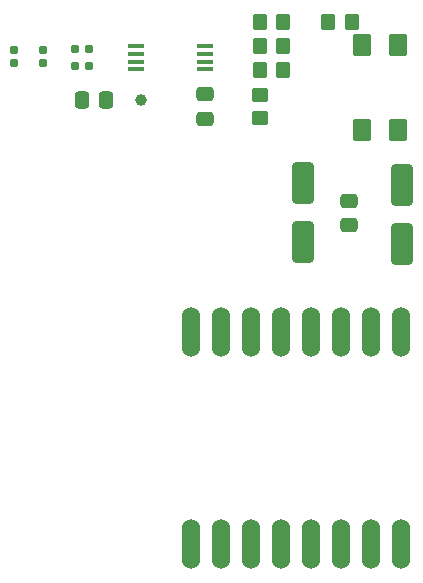
<source format=gbr>
%TF.GenerationSoftware,KiCad,Pcbnew,9.0.5*%
%TF.CreationDate,2025-11-23T18:29:56+02:00*%
%TF.ProjectId,Business_Card,42757369-6e65-4737-935f-436172642e6b,rev?*%
%TF.SameCoordinates,Original*%
%TF.FileFunction,Soldermask,Bot*%
%TF.FilePolarity,Negative*%
%FSLAX46Y46*%
G04 Gerber Fmt 4.6, Leading zero omitted, Abs format (unit mm)*
G04 Created by KiCad (PCBNEW 9.0.5) date 2025-11-23 18:29:56*
%MOMM*%
%LPD*%
G01*
G04 APERTURE LIST*
G04 Aperture macros list*
%AMRoundRect*
0 Rectangle with rounded corners*
0 $1 Rounding radius*
0 $2 $3 $4 $5 $6 $7 $8 $9 X,Y pos of 4 corners*
0 Add a 4 corners polygon primitive as box body*
4,1,4,$2,$3,$4,$5,$6,$7,$8,$9,$2,$3,0*
0 Add four circle primitives for the rounded corners*
1,1,$1+$1,$2,$3*
1,1,$1+$1,$4,$5*
1,1,$1+$1,$6,$7*
1,1,$1+$1,$8,$9*
0 Add four rect primitives between the rounded corners*
20,1,$1+$1,$2,$3,$4,$5,0*
20,1,$1+$1,$4,$5,$6,$7,0*
20,1,$1+$1,$6,$7,$8,$9,0*
20,1,$1+$1,$8,$9,$2,$3,0*%
G04 Aperture macros list end*
%ADD10RoundRect,0.102000X0.700000X-0.800000X0.700000X0.800000X-0.700000X0.800000X-0.700000X-0.800000X0*%
%ADD11RoundRect,0.250000X0.650000X-1.500000X0.650000X1.500000X-0.650000X1.500000X-0.650000X-1.500000X0*%
%ADD12O,1.554000X4.204000*%
%ADD13RoundRect,0.155000X-0.155000X0.212500X-0.155000X-0.212500X0.155000X-0.212500X0.155000X0.212500X0*%
%ADD14RoundRect,0.250000X0.475000X-0.337500X0.475000X0.337500X-0.475000X0.337500X-0.475000X-0.337500X0*%
%ADD15C,1.000000*%
%ADD16RoundRect,0.160000X0.197500X0.160000X-0.197500X0.160000X-0.197500X-0.160000X0.197500X-0.160000X0*%
%ADD17RoundRect,0.250000X-0.350000X-0.450000X0.350000X-0.450000X0.350000X0.450000X-0.350000X0.450000X0*%
%ADD18RoundRect,0.250000X0.337500X0.475000X-0.337500X0.475000X-0.337500X-0.475000X0.337500X-0.475000X0*%
%ADD19RoundRect,0.250000X-0.450000X0.350000X-0.450000X-0.350000X0.450000X-0.350000X0.450000X0.350000X0*%
%ADD20RoundRect,0.250000X-0.650000X1.500000X-0.650000X-1.500000X0.650000X-1.500000X0.650000X1.500000X0*%
%ADD21RoundRect,0.250000X0.350000X0.450000X-0.350000X0.450000X-0.350000X-0.450000X0.350000X-0.450000X0*%
%ADD22RoundRect,0.250000X-0.475000X0.337500X-0.475000X-0.337500X0.475000X-0.337500X0.475000X0.337500X0*%
%ADD23R,1.475000X0.450000*%
G04 APERTURE END LIST*
D10*
%TO.C,S1*%
X159660415Y-97942499D03*
X159660415Y-90742499D03*
X162660415Y-97942499D03*
X162660415Y-90742499D03*
%TD*%
D11*
%TO.C,DZ1*%
X163040415Y-107549999D03*
X163040415Y-102549999D03*
%TD*%
D12*
%TO.C,U1*%
X145175477Y-114994076D03*
X147715477Y-114994076D03*
X150255477Y-114994076D03*
X152795477Y-114994076D03*
X157875477Y-114994076D03*
X155335477Y-114994076D03*
X162955477Y-132994076D03*
X162955477Y-114994076D03*
X160415477Y-132994076D03*
X157875477Y-132994076D03*
X155335477Y-132994076D03*
X152795477Y-132994076D03*
X150255477Y-132994076D03*
X147715477Y-132994076D03*
X145175477Y-132994076D03*
X160415477Y-114994076D03*
%TD*%
D13*
%TO.C,C5*%
X132660415Y-91152499D03*
X132660415Y-92287499D03*
%TD*%
D14*
%TO.C,C1*%
X158580415Y-105977499D03*
X158580415Y-103902499D03*
%TD*%
D15*
%TO.C,TP1*%
X140960415Y-95419999D03*
%TD*%
D16*
%TO.C,R5*%
X136557915Y-91019999D03*
X135362915Y-91019999D03*
%TD*%
D17*
%TO.C,R7*%
X156807024Y-88738178D03*
X158807024Y-88738178D03*
%TD*%
D18*
%TO.C,C3*%
X137997915Y-95419999D03*
X135922915Y-95419999D03*
%TD*%
D19*
%TO.C,R4*%
X150998987Y-94939082D03*
X150998987Y-96939082D03*
%TD*%
D20*
%TO.C,D50*%
X154670415Y-102372499D03*
X154670415Y-107372499D03*
%TD*%
D16*
%TO.C,R6*%
X136557915Y-92519999D03*
X135362915Y-92519999D03*
%TD*%
D21*
%TO.C,R3*%
X152984064Y-92800825D03*
X150984064Y-92800825D03*
%TD*%
D22*
%TO.C,C2*%
X146360415Y-94882499D03*
X146360415Y-96957499D03*
%TD*%
D21*
%TO.C,R1*%
X152984064Y-88800825D03*
X150984064Y-88800825D03*
%TD*%
D13*
%TO.C,C4*%
X130160415Y-91152499D03*
X130160415Y-92287499D03*
%TD*%
D23*
%TO.C,IC1*%
X140500415Y-92789999D03*
X140500415Y-92139999D03*
X140500415Y-91489999D03*
X140500415Y-90839999D03*
X146376415Y-90839999D03*
X146376415Y-91489999D03*
X146376415Y-92139999D03*
X146376415Y-92789999D03*
%TD*%
D21*
%TO.C,R2*%
X152984064Y-90800825D03*
X150984064Y-90800825D03*
%TD*%
M02*

</source>
